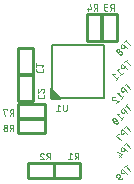
<source format=gbr>
G04 EAGLE Gerber RS-274X export*
G75*
%MOMM*%
%FSLAX34Y34*%
%LPD*%
%INSilkscreen Bottom*%
%IPPOS*%
%AMOC8*
5,1,8,0,0,1.08239X$1,22.5*%
G01*
%ADD10C,0.250000*%
%ADD11C,0.050800*%
%ADD12C,0.200000*%

G36*
X82032Y89005D02*
X82032Y89005D01*
X82064Y89003D01*
X82171Y89025D01*
X82279Y89041D01*
X82309Y89054D01*
X82340Y89060D01*
X82437Y89112D01*
X82536Y89157D01*
X82561Y89178D01*
X82589Y89193D01*
X82668Y89269D01*
X82750Y89340D01*
X82768Y89367D01*
X82791Y89390D01*
X82845Y89485D01*
X82905Y89576D01*
X82914Y89607D01*
X82930Y89635D01*
X82955Y89742D01*
X82987Y89846D01*
X82988Y89878D01*
X82995Y89909D01*
X82990Y90019D01*
X82991Y90128D01*
X82982Y90159D01*
X82981Y90191D01*
X82945Y90294D01*
X82916Y90400D01*
X82899Y90427D01*
X82888Y90458D01*
X82835Y90531D01*
X82768Y90640D01*
X82732Y90672D01*
X82707Y90707D01*
X74707Y98707D01*
X74681Y98726D01*
X74660Y98750D01*
X74604Y98787D01*
X74564Y98823D01*
X74529Y98840D01*
X74481Y98876D01*
X74451Y98887D01*
X74424Y98905D01*
X74345Y98929D01*
X74311Y98946D01*
X74285Y98950D01*
X74217Y98975D01*
X74185Y98978D01*
X74154Y98987D01*
X74045Y98989D01*
X74025Y98990D01*
X74006Y98993D01*
X74000Y98993D01*
X73995Y98993D01*
X73936Y98997D01*
X73904Y98991D01*
X73872Y98991D01*
X73767Y98962D01*
X73738Y98956D01*
X73721Y98953D01*
X73716Y98951D01*
X73660Y98940D01*
X73631Y98924D01*
X73600Y98916D01*
X73507Y98858D01*
X73488Y98848D01*
X73464Y98837D01*
X73458Y98832D01*
X73411Y98807D01*
X73388Y98785D01*
X73360Y98768D01*
X73287Y98687D01*
X73282Y98681D01*
X73250Y98654D01*
X73243Y98643D01*
X73209Y98610D01*
X73193Y98582D01*
X73171Y98558D01*
X73126Y98466D01*
X73095Y98418D01*
X73090Y98400D01*
X73070Y98365D01*
X73062Y98334D01*
X73048Y98305D01*
X73036Y98223D01*
X73013Y98148D01*
X73012Y98122D01*
X73005Y98091D01*
X73007Y98042D01*
X73001Y98000D01*
X73001Y90000D01*
X73010Y89936D01*
X73009Y89872D01*
X73030Y89797D01*
X73041Y89721D01*
X73067Y89662D01*
X73084Y89600D01*
X73125Y89534D01*
X73157Y89464D01*
X73199Y89415D01*
X73232Y89360D01*
X73290Y89308D01*
X73340Y89250D01*
X73394Y89214D01*
X73442Y89171D01*
X73511Y89138D01*
X73576Y89095D01*
X73638Y89076D01*
X73695Y89048D01*
X73765Y89037D01*
X73846Y89013D01*
X73931Y89012D01*
X74000Y89001D01*
X82000Y89001D01*
X82032Y89005D01*
G37*
D10*
X98250Y22750D02*
X98250Y35250D01*
X75750Y35250D01*
X75750Y22750D01*
X98250Y22750D01*
D11*
X96746Y38254D02*
X96746Y43746D01*
X95220Y43746D01*
X95143Y43744D01*
X95066Y43738D01*
X94989Y43728D01*
X94913Y43715D01*
X94838Y43697D01*
X94763Y43676D01*
X94690Y43651D01*
X94618Y43622D01*
X94548Y43590D01*
X94479Y43554D01*
X94413Y43515D01*
X94348Y43472D01*
X94286Y43427D01*
X94226Y43378D01*
X94169Y43326D01*
X94114Y43271D01*
X94062Y43214D01*
X94013Y43154D01*
X93968Y43092D01*
X93925Y43027D01*
X93886Y42961D01*
X93850Y42892D01*
X93818Y42822D01*
X93789Y42750D01*
X93764Y42677D01*
X93743Y42602D01*
X93725Y42527D01*
X93712Y42451D01*
X93702Y42374D01*
X93696Y42297D01*
X93694Y42220D01*
X93696Y42143D01*
X93702Y42066D01*
X93712Y41989D01*
X93725Y41913D01*
X93743Y41838D01*
X93764Y41763D01*
X93789Y41690D01*
X93818Y41618D01*
X93850Y41548D01*
X93886Y41479D01*
X93925Y41413D01*
X93968Y41348D01*
X94013Y41286D01*
X94062Y41226D01*
X94114Y41169D01*
X94169Y41114D01*
X94226Y41062D01*
X94286Y41013D01*
X94348Y40968D01*
X94413Y40925D01*
X94479Y40886D01*
X94548Y40850D01*
X94618Y40818D01*
X94690Y40789D01*
X94763Y40764D01*
X94838Y40743D01*
X94913Y40725D01*
X94989Y40712D01*
X95066Y40702D01*
X95143Y40696D01*
X95220Y40694D01*
X95220Y40695D02*
X96746Y40695D01*
X94915Y40695D02*
X93695Y38254D01*
X91382Y42526D02*
X89856Y43746D01*
X89856Y38254D01*
X88331Y38254D02*
X91382Y38254D01*
D10*
X76250Y35250D02*
X76250Y22750D01*
X76250Y35250D02*
X53750Y35250D01*
X53750Y22750D01*
X76250Y22750D01*
D11*
X72746Y38254D02*
X72746Y43746D01*
X71220Y43746D01*
X71143Y43744D01*
X71066Y43738D01*
X70989Y43728D01*
X70913Y43715D01*
X70838Y43697D01*
X70763Y43676D01*
X70690Y43651D01*
X70618Y43622D01*
X70548Y43590D01*
X70479Y43554D01*
X70413Y43515D01*
X70348Y43472D01*
X70286Y43427D01*
X70226Y43378D01*
X70169Y43326D01*
X70114Y43271D01*
X70062Y43214D01*
X70013Y43154D01*
X69968Y43092D01*
X69925Y43027D01*
X69886Y42961D01*
X69850Y42892D01*
X69818Y42822D01*
X69789Y42750D01*
X69764Y42677D01*
X69743Y42602D01*
X69725Y42527D01*
X69712Y42451D01*
X69702Y42374D01*
X69696Y42297D01*
X69694Y42220D01*
X69696Y42143D01*
X69702Y42066D01*
X69712Y41989D01*
X69725Y41913D01*
X69743Y41838D01*
X69764Y41763D01*
X69789Y41690D01*
X69818Y41618D01*
X69850Y41548D01*
X69886Y41479D01*
X69925Y41413D01*
X69968Y41348D01*
X70013Y41286D01*
X70062Y41226D01*
X70114Y41169D01*
X70169Y41114D01*
X70226Y41062D01*
X70286Y41013D01*
X70348Y40968D01*
X70413Y40925D01*
X70479Y40886D01*
X70548Y40850D01*
X70618Y40818D01*
X70690Y40789D01*
X70763Y40764D01*
X70838Y40743D01*
X70913Y40725D01*
X70989Y40712D01*
X71066Y40702D01*
X71143Y40696D01*
X71220Y40694D01*
X71220Y40695D02*
X72746Y40695D01*
X70915Y40695D02*
X69695Y38254D01*
X64331Y42373D02*
X64333Y42445D01*
X64339Y42517D01*
X64348Y42588D01*
X64361Y42658D01*
X64378Y42728D01*
X64398Y42797D01*
X64422Y42865D01*
X64450Y42931D01*
X64481Y42996D01*
X64515Y43060D01*
X64553Y43121D01*
X64593Y43180D01*
X64637Y43237D01*
X64684Y43292D01*
X64733Y43344D01*
X64785Y43393D01*
X64840Y43440D01*
X64897Y43484D01*
X64956Y43524D01*
X65018Y43562D01*
X65081Y43596D01*
X65146Y43627D01*
X65212Y43655D01*
X65280Y43679D01*
X65349Y43699D01*
X65419Y43716D01*
X65489Y43729D01*
X65560Y43738D01*
X65632Y43744D01*
X65704Y43746D01*
X65786Y43744D01*
X65868Y43738D01*
X65950Y43729D01*
X66031Y43715D01*
X66111Y43698D01*
X66191Y43678D01*
X66269Y43653D01*
X66346Y43625D01*
X66422Y43593D01*
X66496Y43558D01*
X66569Y43519D01*
X66639Y43478D01*
X66708Y43432D01*
X66775Y43384D01*
X66839Y43333D01*
X66900Y43278D01*
X66959Y43221D01*
X67016Y43161D01*
X67069Y43099D01*
X67120Y43034D01*
X67167Y42967D01*
X67211Y42898D01*
X67252Y42827D01*
X67290Y42754D01*
X67324Y42679D01*
X67355Y42603D01*
X67382Y42525D01*
X64789Y41305D02*
X64736Y41358D01*
X64686Y41413D01*
X64639Y41471D01*
X64595Y41531D01*
X64554Y41594D01*
X64516Y41658D01*
X64481Y41724D01*
X64450Y41792D01*
X64423Y41861D01*
X64398Y41932D01*
X64378Y42004D01*
X64361Y42076D01*
X64348Y42150D01*
X64339Y42224D01*
X64333Y42298D01*
X64331Y42373D01*
X64788Y41305D02*
X67382Y38254D01*
X64331Y38254D01*
D10*
X116750Y161250D02*
X129250Y161250D01*
X116750Y161250D02*
X116750Y138750D01*
X129250Y138750D01*
X129250Y161250D01*
D11*
X126746Y164254D02*
X126746Y169746D01*
X125220Y169746D01*
X125143Y169744D01*
X125066Y169738D01*
X124989Y169728D01*
X124913Y169715D01*
X124838Y169697D01*
X124763Y169676D01*
X124690Y169651D01*
X124618Y169622D01*
X124548Y169590D01*
X124479Y169554D01*
X124413Y169515D01*
X124348Y169472D01*
X124286Y169427D01*
X124226Y169378D01*
X124169Y169326D01*
X124114Y169271D01*
X124062Y169214D01*
X124013Y169154D01*
X123968Y169092D01*
X123925Y169027D01*
X123886Y168961D01*
X123850Y168892D01*
X123818Y168822D01*
X123789Y168750D01*
X123764Y168677D01*
X123743Y168602D01*
X123725Y168527D01*
X123712Y168451D01*
X123702Y168374D01*
X123696Y168297D01*
X123694Y168220D01*
X123696Y168143D01*
X123702Y168066D01*
X123712Y167989D01*
X123725Y167913D01*
X123743Y167838D01*
X123764Y167763D01*
X123789Y167690D01*
X123818Y167618D01*
X123850Y167548D01*
X123886Y167479D01*
X123925Y167413D01*
X123968Y167348D01*
X124013Y167286D01*
X124062Y167226D01*
X124114Y167169D01*
X124169Y167114D01*
X124226Y167062D01*
X124286Y167013D01*
X124348Y166968D01*
X124413Y166925D01*
X124479Y166886D01*
X124548Y166850D01*
X124618Y166818D01*
X124690Y166789D01*
X124763Y166764D01*
X124838Y166743D01*
X124913Y166725D01*
X124989Y166712D01*
X125066Y166702D01*
X125143Y166696D01*
X125220Y166694D01*
X125220Y166695D02*
X126746Y166695D01*
X124915Y166695D02*
X123695Y164254D01*
X121382Y164254D02*
X119856Y164254D01*
X119779Y164256D01*
X119702Y164262D01*
X119625Y164272D01*
X119549Y164285D01*
X119474Y164303D01*
X119399Y164324D01*
X119326Y164349D01*
X119254Y164378D01*
X119184Y164410D01*
X119115Y164446D01*
X119049Y164485D01*
X118984Y164528D01*
X118922Y164573D01*
X118862Y164622D01*
X118805Y164674D01*
X118750Y164729D01*
X118698Y164786D01*
X118649Y164846D01*
X118604Y164908D01*
X118561Y164973D01*
X118522Y165039D01*
X118486Y165108D01*
X118454Y165178D01*
X118425Y165250D01*
X118400Y165323D01*
X118379Y165398D01*
X118361Y165473D01*
X118348Y165549D01*
X118338Y165626D01*
X118332Y165703D01*
X118330Y165780D01*
X118332Y165857D01*
X118338Y165934D01*
X118348Y166011D01*
X118361Y166087D01*
X118379Y166162D01*
X118400Y166237D01*
X118425Y166310D01*
X118454Y166382D01*
X118486Y166452D01*
X118522Y166521D01*
X118561Y166587D01*
X118604Y166652D01*
X118649Y166714D01*
X118698Y166774D01*
X118750Y166831D01*
X118805Y166886D01*
X118862Y166938D01*
X118922Y166987D01*
X118984Y167032D01*
X119049Y167075D01*
X119115Y167114D01*
X119184Y167150D01*
X119254Y167182D01*
X119326Y167211D01*
X119399Y167236D01*
X119474Y167257D01*
X119549Y167275D01*
X119625Y167288D01*
X119702Y167298D01*
X119779Y167304D01*
X119856Y167306D01*
X119551Y169746D02*
X121382Y169746D01*
X119551Y169746D02*
X119483Y169744D01*
X119414Y169738D01*
X119347Y169729D01*
X119280Y169715D01*
X119213Y169698D01*
X119148Y169678D01*
X119084Y169653D01*
X119022Y169625D01*
X118961Y169594D01*
X118902Y169559D01*
X118845Y169521D01*
X118790Y169480D01*
X118738Y169436D01*
X118688Y169389D01*
X118641Y169339D01*
X118597Y169287D01*
X118556Y169232D01*
X118518Y169175D01*
X118483Y169116D01*
X118452Y169055D01*
X118424Y168993D01*
X118399Y168929D01*
X118379Y168864D01*
X118362Y168797D01*
X118348Y168730D01*
X118339Y168663D01*
X118333Y168594D01*
X118331Y168526D01*
X118333Y168458D01*
X118339Y168389D01*
X118348Y168322D01*
X118362Y168255D01*
X118379Y168188D01*
X118399Y168123D01*
X118424Y168059D01*
X118452Y167997D01*
X118483Y167936D01*
X118518Y167877D01*
X118556Y167820D01*
X118597Y167765D01*
X118641Y167713D01*
X118688Y167663D01*
X118738Y167616D01*
X118790Y167572D01*
X118845Y167531D01*
X118902Y167493D01*
X118961Y167458D01*
X119022Y167427D01*
X119084Y167399D01*
X119148Y167374D01*
X119213Y167354D01*
X119280Y167337D01*
X119347Y167323D01*
X119414Y167314D01*
X119483Y167308D01*
X119551Y167306D01*
X119551Y167305D02*
X120772Y167305D01*
D10*
X116250Y138750D02*
X103750Y138750D01*
X116250Y138750D02*
X116250Y161250D01*
X103750Y161250D01*
X103750Y138750D01*
D11*
X112746Y164254D02*
X112746Y169746D01*
X111220Y169746D01*
X111143Y169744D01*
X111066Y169738D01*
X110989Y169728D01*
X110913Y169715D01*
X110838Y169697D01*
X110763Y169676D01*
X110690Y169651D01*
X110618Y169622D01*
X110548Y169590D01*
X110479Y169554D01*
X110413Y169515D01*
X110348Y169472D01*
X110286Y169427D01*
X110226Y169378D01*
X110169Y169326D01*
X110114Y169271D01*
X110062Y169214D01*
X110013Y169154D01*
X109968Y169092D01*
X109925Y169027D01*
X109886Y168961D01*
X109850Y168892D01*
X109818Y168822D01*
X109789Y168750D01*
X109764Y168677D01*
X109743Y168602D01*
X109725Y168527D01*
X109712Y168451D01*
X109702Y168374D01*
X109696Y168297D01*
X109694Y168220D01*
X109696Y168143D01*
X109702Y168066D01*
X109712Y167989D01*
X109725Y167913D01*
X109743Y167838D01*
X109764Y167763D01*
X109789Y167690D01*
X109818Y167618D01*
X109850Y167548D01*
X109886Y167479D01*
X109925Y167413D01*
X109968Y167348D01*
X110013Y167286D01*
X110062Y167226D01*
X110114Y167169D01*
X110169Y167114D01*
X110226Y167062D01*
X110286Y167013D01*
X110348Y166968D01*
X110413Y166925D01*
X110479Y166886D01*
X110548Y166850D01*
X110618Y166818D01*
X110690Y166789D01*
X110763Y166764D01*
X110838Y166743D01*
X110913Y166725D01*
X110989Y166712D01*
X111066Y166702D01*
X111143Y166696D01*
X111220Y166694D01*
X111220Y166695D02*
X112746Y166695D01*
X110915Y166695D02*
X109695Y164254D01*
X107382Y165474D02*
X106161Y169746D01*
X107382Y165474D02*
X104331Y165474D01*
X105246Y166695D02*
X105246Y164254D01*
D12*
X118000Y90000D02*
X74000Y90000D01*
X74000Y135000D01*
X118000Y135000D01*
X118000Y90000D01*
D11*
X86746Y84746D02*
X86746Y80780D01*
X86744Y80703D01*
X86738Y80626D01*
X86728Y80549D01*
X86715Y80473D01*
X86697Y80398D01*
X86676Y80323D01*
X86651Y80250D01*
X86622Y80178D01*
X86590Y80108D01*
X86554Y80039D01*
X86515Y79973D01*
X86472Y79908D01*
X86427Y79846D01*
X86378Y79786D01*
X86326Y79729D01*
X86271Y79674D01*
X86214Y79622D01*
X86154Y79573D01*
X86092Y79528D01*
X86027Y79485D01*
X85961Y79446D01*
X85892Y79410D01*
X85822Y79378D01*
X85750Y79349D01*
X85677Y79324D01*
X85602Y79303D01*
X85527Y79285D01*
X85451Y79272D01*
X85374Y79262D01*
X85297Y79256D01*
X85220Y79254D01*
X85143Y79256D01*
X85066Y79262D01*
X84989Y79272D01*
X84913Y79285D01*
X84838Y79303D01*
X84763Y79324D01*
X84690Y79349D01*
X84618Y79378D01*
X84548Y79410D01*
X84479Y79446D01*
X84413Y79485D01*
X84348Y79528D01*
X84286Y79573D01*
X84226Y79622D01*
X84169Y79674D01*
X84114Y79729D01*
X84062Y79786D01*
X84013Y79846D01*
X83968Y79908D01*
X83925Y79973D01*
X83886Y80039D01*
X83850Y80108D01*
X83818Y80178D01*
X83789Y80250D01*
X83764Y80323D01*
X83743Y80398D01*
X83725Y80473D01*
X83712Y80549D01*
X83702Y80626D01*
X83696Y80703D01*
X83694Y80780D01*
X83695Y80780D02*
X83695Y84746D01*
X81166Y83526D02*
X79641Y84746D01*
X79641Y79254D01*
X81166Y79254D02*
X78115Y79254D01*
D10*
X58250Y87750D02*
X45750Y87750D01*
X58250Y87750D02*
X58250Y110250D01*
X45750Y110250D01*
X45750Y87750D01*
D11*
X62254Y91474D02*
X62254Y92695D01*
X62254Y91474D02*
X62256Y91406D01*
X62262Y91337D01*
X62271Y91270D01*
X62285Y91203D01*
X62302Y91136D01*
X62322Y91071D01*
X62347Y91007D01*
X62375Y90945D01*
X62406Y90884D01*
X62441Y90825D01*
X62479Y90768D01*
X62520Y90713D01*
X62564Y90661D01*
X62611Y90611D01*
X62661Y90564D01*
X62713Y90520D01*
X62768Y90479D01*
X62825Y90441D01*
X62884Y90406D01*
X62945Y90375D01*
X63007Y90347D01*
X63071Y90322D01*
X63136Y90302D01*
X63203Y90285D01*
X63270Y90271D01*
X63337Y90262D01*
X63406Y90256D01*
X63474Y90254D01*
X66526Y90254D01*
X66594Y90256D01*
X66663Y90262D01*
X66730Y90271D01*
X66797Y90285D01*
X66864Y90302D01*
X66929Y90322D01*
X66993Y90347D01*
X67055Y90375D01*
X67116Y90406D01*
X67175Y90441D01*
X67232Y90479D01*
X67287Y90520D01*
X67339Y90564D01*
X67389Y90611D01*
X67436Y90661D01*
X67480Y90713D01*
X67521Y90768D01*
X67559Y90825D01*
X67594Y90884D01*
X67625Y90945D01*
X67653Y91007D01*
X67678Y91071D01*
X67698Y91136D01*
X67715Y91202D01*
X67729Y91270D01*
X67738Y91337D01*
X67744Y91406D01*
X67746Y91474D01*
X67746Y92695D01*
X67746Y96448D02*
X67744Y96520D01*
X67738Y96592D01*
X67729Y96663D01*
X67716Y96733D01*
X67699Y96803D01*
X67679Y96872D01*
X67655Y96940D01*
X67627Y97006D01*
X67596Y97071D01*
X67562Y97135D01*
X67524Y97196D01*
X67484Y97255D01*
X67440Y97312D01*
X67393Y97367D01*
X67344Y97419D01*
X67292Y97468D01*
X67237Y97515D01*
X67180Y97559D01*
X67121Y97599D01*
X67060Y97637D01*
X66996Y97671D01*
X66931Y97702D01*
X66865Y97730D01*
X66797Y97754D01*
X66728Y97774D01*
X66658Y97791D01*
X66588Y97804D01*
X66517Y97813D01*
X66445Y97819D01*
X66373Y97821D01*
X67746Y96448D02*
X67744Y96366D01*
X67738Y96284D01*
X67729Y96202D01*
X67715Y96121D01*
X67698Y96041D01*
X67678Y95961D01*
X67653Y95883D01*
X67625Y95806D01*
X67593Y95730D01*
X67558Y95656D01*
X67519Y95583D01*
X67478Y95513D01*
X67432Y95444D01*
X67384Y95378D01*
X67333Y95313D01*
X67278Y95252D01*
X67221Y95193D01*
X67162Y95136D01*
X67099Y95083D01*
X67034Y95032D01*
X66967Y94985D01*
X66898Y94941D01*
X66827Y94900D01*
X66754Y94862D01*
X66679Y94828D01*
X66603Y94797D01*
X66525Y94770D01*
X65305Y97363D02*
X65358Y97416D01*
X65413Y97466D01*
X65471Y97513D01*
X65531Y97557D01*
X65594Y97598D01*
X65658Y97636D01*
X65724Y97671D01*
X65792Y97702D01*
X65861Y97729D01*
X65932Y97754D01*
X66004Y97774D01*
X66076Y97791D01*
X66150Y97804D01*
X66224Y97813D01*
X66298Y97819D01*
X66373Y97821D01*
X65305Y97364D02*
X62254Y94770D01*
X62254Y97821D01*
X136679Y51805D02*
X140562Y47921D01*
X137757Y52883D02*
X135600Y50726D01*
X134008Y49134D02*
X137892Y45251D01*
X134008Y49134D02*
X132929Y48055D01*
X132929Y48056D02*
X132876Y48000D01*
X132825Y47941D01*
X132778Y47880D01*
X132734Y47817D01*
X132693Y47751D01*
X132655Y47684D01*
X132621Y47614D01*
X132591Y47543D01*
X132564Y47471D01*
X132541Y47397D01*
X132521Y47322D01*
X132506Y47246D01*
X132494Y47170D01*
X132486Y47093D01*
X132482Y47016D01*
X132482Y46938D01*
X132486Y46861D01*
X132494Y46784D01*
X132506Y46708D01*
X132521Y46632D01*
X132541Y46557D01*
X132564Y46483D01*
X132591Y46411D01*
X132621Y46340D01*
X132655Y46270D01*
X132693Y46203D01*
X132734Y46137D01*
X132778Y46074D01*
X132825Y46013D01*
X132876Y45954D01*
X132929Y45898D01*
X132985Y45845D01*
X133044Y45794D01*
X133105Y45747D01*
X133168Y45703D01*
X133234Y45662D01*
X133301Y45624D01*
X133371Y45590D01*
X133442Y45560D01*
X133514Y45533D01*
X133588Y45510D01*
X133663Y45490D01*
X133739Y45475D01*
X133815Y45463D01*
X133892Y45455D01*
X133969Y45451D01*
X134047Y45451D01*
X134124Y45455D01*
X134201Y45463D01*
X134277Y45475D01*
X134353Y45490D01*
X134428Y45510D01*
X134502Y45533D01*
X134574Y45560D01*
X134645Y45590D01*
X134715Y45624D01*
X134782Y45662D01*
X134848Y45703D01*
X134911Y45747D01*
X134972Y45794D01*
X135031Y45845D01*
X135087Y45898D01*
X136166Y46977D01*
X133396Y42481D02*
X129512Y44638D01*
X133396Y42481D02*
X131238Y40323D01*
X131023Y41834D02*
X132749Y40108D01*
X140562Y62507D02*
X136679Y66390D01*
X137757Y67469D02*
X135600Y65312D01*
X134008Y63720D02*
X137892Y59836D01*
X134008Y63720D02*
X132929Y62641D01*
X132876Y62585D01*
X132825Y62526D01*
X132778Y62465D01*
X132734Y62402D01*
X132693Y62336D01*
X132655Y62269D01*
X132621Y62199D01*
X132591Y62128D01*
X132564Y62056D01*
X132541Y61982D01*
X132521Y61907D01*
X132506Y61831D01*
X132494Y61755D01*
X132486Y61678D01*
X132482Y61601D01*
X132482Y61523D01*
X132486Y61446D01*
X132494Y61369D01*
X132506Y61293D01*
X132521Y61217D01*
X132541Y61142D01*
X132564Y61068D01*
X132591Y60996D01*
X132621Y60925D01*
X132655Y60855D01*
X132693Y60788D01*
X132734Y60722D01*
X132778Y60659D01*
X132825Y60598D01*
X132876Y60539D01*
X132929Y60483D01*
X132985Y60430D01*
X133044Y60379D01*
X133105Y60332D01*
X133168Y60288D01*
X133234Y60247D01*
X133301Y60209D01*
X133371Y60175D01*
X133442Y60145D01*
X133514Y60118D01*
X133588Y60095D01*
X133663Y60075D01*
X133739Y60060D01*
X133815Y60048D01*
X133892Y60040D01*
X133969Y60036D01*
X134047Y60036D01*
X134124Y60040D01*
X134201Y60048D01*
X134277Y60060D01*
X134353Y60075D01*
X134428Y60095D01*
X134502Y60118D01*
X134574Y60145D01*
X134645Y60175D01*
X134715Y60209D01*
X134782Y60247D01*
X134848Y60288D01*
X134911Y60332D01*
X134972Y60379D01*
X135031Y60430D01*
X135087Y60483D01*
X135087Y60484D02*
X136166Y61562D01*
X130807Y59655D02*
X130375Y60087D01*
X128218Y57930D01*
X133180Y55125D01*
X140562Y134921D02*
X136679Y138805D01*
X137757Y139883D02*
X135600Y137726D01*
X134008Y136134D02*
X137892Y132251D01*
X134008Y136134D02*
X132929Y135055D01*
X132929Y135056D02*
X132876Y135000D01*
X132825Y134941D01*
X132778Y134880D01*
X132734Y134817D01*
X132693Y134751D01*
X132655Y134684D01*
X132621Y134614D01*
X132591Y134543D01*
X132564Y134471D01*
X132541Y134397D01*
X132521Y134322D01*
X132506Y134246D01*
X132494Y134170D01*
X132486Y134093D01*
X132482Y134016D01*
X132482Y133938D01*
X132486Y133861D01*
X132494Y133784D01*
X132506Y133708D01*
X132521Y133632D01*
X132541Y133557D01*
X132564Y133483D01*
X132591Y133411D01*
X132621Y133340D01*
X132655Y133270D01*
X132693Y133203D01*
X132734Y133137D01*
X132778Y133074D01*
X132825Y133013D01*
X132876Y132954D01*
X132929Y132898D01*
X132985Y132845D01*
X133044Y132794D01*
X133105Y132747D01*
X133168Y132703D01*
X133234Y132662D01*
X133301Y132624D01*
X133371Y132590D01*
X133442Y132560D01*
X133514Y132533D01*
X133588Y132510D01*
X133663Y132490D01*
X133739Y132475D01*
X133815Y132463D01*
X133892Y132455D01*
X133969Y132451D01*
X134047Y132451D01*
X134124Y132455D01*
X134201Y132463D01*
X134277Y132475D01*
X134353Y132490D01*
X134428Y132510D01*
X134502Y132533D01*
X134574Y132560D01*
X134645Y132590D01*
X134715Y132624D01*
X134782Y132662D01*
X134848Y132703D01*
X134911Y132747D01*
X134972Y132794D01*
X135031Y132845D01*
X135087Y132898D01*
X136166Y133977D01*
X133180Y129697D02*
X133124Y129750D01*
X133065Y129801D01*
X133004Y129848D01*
X132941Y129892D01*
X132875Y129933D01*
X132808Y129971D01*
X132738Y130005D01*
X132667Y130035D01*
X132595Y130062D01*
X132521Y130085D01*
X132446Y130105D01*
X132370Y130120D01*
X132294Y130132D01*
X132217Y130140D01*
X132140Y130144D01*
X132062Y130144D01*
X131985Y130140D01*
X131908Y130132D01*
X131832Y130120D01*
X131756Y130105D01*
X131681Y130085D01*
X131607Y130062D01*
X131535Y130035D01*
X131464Y130005D01*
X131394Y129971D01*
X131327Y129933D01*
X131261Y129892D01*
X131198Y129848D01*
X131137Y129801D01*
X131078Y129750D01*
X131022Y129697D01*
X130969Y129641D01*
X130918Y129582D01*
X130871Y129521D01*
X130827Y129458D01*
X130786Y129392D01*
X130748Y129325D01*
X130714Y129255D01*
X130684Y129184D01*
X130657Y129112D01*
X130634Y129038D01*
X130615Y128963D01*
X130599Y128887D01*
X130587Y128811D01*
X130579Y128734D01*
X130575Y128657D01*
X130575Y128579D01*
X130579Y128502D01*
X130587Y128425D01*
X130599Y128349D01*
X130614Y128273D01*
X130634Y128198D01*
X130657Y128124D01*
X130684Y128052D01*
X130714Y127981D01*
X130748Y127911D01*
X130786Y127844D01*
X130827Y127778D01*
X130871Y127715D01*
X130918Y127654D01*
X130969Y127595D01*
X131022Y127539D01*
X131078Y127486D01*
X131137Y127435D01*
X131198Y127388D01*
X131261Y127344D01*
X131327Y127303D01*
X131394Y127265D01*
X131464Y127231D01*
X131535Y127201D01*
X131607Y127174D01*
X131681Y127151D01*
X131756Y127132D01*
X131832Y127116D01*
X131908Y127104D01*
X131985Y127096D01*
X132062Y127092D01*
X132140Y127092D01*
X132217Y127096D01*
X132294Y127104D01*
X132370Y127116D01*
X132446Y127131D01*
X132521Y127151D01*
X132595Y127174D01*
X132667Y127201D01*
X132738Y127231D01*
X132808Y127265D01*
X132875Y127303D01*
X132941Y127344D01*
X133004Y127388D01*
X133065Y127435D01*
X133124Y127486D01*
X133180Y127539D01*
X133233Y127595D01*
X133284Y127654D01*
X133331Y127715D01*
X133375Y127778D01*
X133416Y127844D01*
X133454Y127911D01*
X133488Y127981D01*
X133518Y128052D01*
X133545Y128124D01*
X133568Y128198D01*
X133588Y128273D01*
X133603Y128349D01*
X133615Y128425D01*
X133623Y128502D01*
X133627Y128579D01*
X133627Y128657D01*
X133623Y128734D01*
X133615Y128811D01*
X133603Y128887D01*
X133587Y128963D01*
X133568Y129038D01*
X133545Y129112D01*
X133518Y129184D01*
X133488Y129255D01*
X133454Y129325D01*
X133416Y129392D01*
X133375Y129458D01*
X133331Y129521D01*
X133284Y129582D01*
X133233Y129641D01*
X133180Y129697D01*
X131023Y131422D02*
X130973Y131469D01*
X130921Y131513D01*
X130866Y131554D01*
X130809Y131592D01*
X130750Y131627D01*
X130689Y131658D01*
X130627Y131686D01*
X130563Y131711D01*
X130498Y131731D01*
X130431Y131748D01*
X130364Y131762D01*
X130297Y131771D01*
X130228Y131777D01*
X130160Y131779D01*
X130092Y131777D01*
X130023Y131771D01*
X129956Y131762D01*
X129889Y131748D01*
X129822Y131731D01*
X129757Y131711D01*
X129693Y131686D01*
X129631Y131658D01*
X129570Y131627D01*
X129511Y131592D01*
X129454Y131554D01*
X129399Y131513D01*
X129347Y131469D01*
X129297Y131422D01*
X129250Y131372D01*
X129206Y131320D01*
X129165Y131265D01*
X129127Y131208D01*
X129092Y131149D01*
X129061Y131088D01*
X129033Y131026D01*
X129008Y130962D01*
X128988Y130897D01*
X128971Y130830D01*
X128957Y130763D01*
X128948Y130696D01*
X128942Y130627D01*
X128940Y130559D01*
X128942Y130491D01*
X128948Y130422D01*
X128957Y130355D01*
X128971Y130288D01*
X128988Y130221D01*
X129008Y130156D01*
X129033Y130092D01*
X129061Y130030D01*
X129092Y129969D01*
X129127Y129910D01*
X129165Y129853D01*
X129206Y129798D01*
X129250Y129746D01*
X129297Y129696D01*
X129348Y129648D01*
X129401Y129604D01*
X129457Y129562D01*
X129515Y129523D01*
X129575Y129488D01*
X129637Y129457D01*
X129701Y129429D01*
X129766Y129404D01*
X129833Y129384D01*
X129901Y129367D01*
X129969Y129354D01*
X130038Y129345D01*
X130108Y129340D01*
X130177Y129339D01*
X130247Y129342D01*
X130316Y129349D01*
X130385Y129360D01*
X130453Y129375D01*
X130520Y129393D01*
X130586Y129416D01*
X130651Y129442D01*
X130714Y129472D01*
X130775Y129505D01*
X130834Y129542D01*
X130891Y129582D01*
X130946Y129626D01*
X130998Y129672D01*
X131047Y129721D01*
X131093Y129773D01*
X131137Y129828D01*
X131177Y129885D01*
X131214Y129944D01*
X131247Y130005D01*
X131277Y130068D01*
X131303Y130133D01*
X131326Y130199D01*
X131344Y130266D01*
X131359Y130334D01*
X131370Y130403D01*
X131377Y130472D01*
X131380Y130542D01*
X131379Y130611D01*
X131374Y130681D01*
X131365Y130750D01*
X131352Y130818D01*
X131335Y130886D01*
X131315Y130953D01*
X131290Y131018D01*
X131262Y131082D01*
X131231Y131144D01*
X131196Y131204D01*
X131157Y131262D01*
X131115Y131318D01*
X131071Y131371D01*
X131023Y131422D01*
D10*
X58250Y109750D02*
X45750Y109750D01*
X58250Y109750D02*
X58250Y132250D01*
X45750Y132250D01*
X45750Y109750D01*
D11*
X61254Y113474D02*
X61254Y114695D01*
X61254Y113474D02*
X61256Y113406D01*
X61262Y113337D01*
X61271Y113270D01*
X61285Y113203D01*
X61302Y113136D01*
X61322Y113071D01*
X61347Y113007D01*
X61375Y112945D01*
X61406Y112884D01*
X61441Y112825D01*
X61479Y112768D01*
X61520Y112713D01*
X61564Y112661D01*
X61611Y112611D01*
X61661Y112564D01*
X61713Y112520D01*
X61768Y112479D01*
X61825Y112441D01*
X61884Y112406D01*
X61945Y112375D01*
X62007Y112347D01*
X62071Y112322D01*
X62136Y112302D01*
X62203Y112285D01*
X62270Y112271D01*
X62337Y112262D01*
X62406Y112256D01*
X62474Y112254D01*
X65526Y112254D01*
X65594Y112256D01*
X65663Y112262D01*
X65730Y112271D01*
X65797Y112285D01*
X65864Y112302D01*
X65929Y112322D01*
X65993Y112347D01*
X66055Y112375D01*
X66116Y112406D01*
X66175Y112441D01*
X66232Y112479D01*
X66287Y112520D01*
X66339Y112564D01*
X66389Y112611D01*
X66436Y112661D01*
X66480Y112713D01*
X66521Y112768D01*
X66559Y112825D01*
X66594Y112884D01*
X66625Y112945D01*
X66653Y113007D01*
X66678Y113071D01*
X66698Y113136D01*
X66715Y113202D01*
X66729Y113270D01*
X66738Y113337D01*
X66744Y113406D01*
X66746Y113474D01*
X66746Y114695D01*
X65526Y116770D02*
X66746Y118296D01*
X61254Y118296D01*
X61254Y119821D02*
X61254Y116770D01*
D10*
X68250Y73250D02*
X68250Y60750D01*
X68250Y73250D02*
X45750Y73250D01*
X45750Y60750D01*
X68250Y60750D01*
D11*
X41746Y75254D02*
X41746Y80746D01*
X40220Y80746D01*
X40143Y80744D01*
X40066Y80738D01*
X39989Y80728D01*
X39913Y80715D01*
X39838Y80697D01*
X39763Y80676D01*
X39690Y80651D01*
X39618Y80622D01*
X39548Y80590D01*
X39479Y80554D01*
X39413Y80515D01*
X39348Y80472D01*
X39286Y80427D01*
X39226Y80378D01*
X39169Y80326D01*
X39114Y80271D01*
X39062Y80214D01*
X39013Y80154D01*
X38968Y80092D01*
X38925Y80027D01*
X38886Y79961D01*
X38850Y79892D01*
X38818Y79822D01*
X38789Y79750D01*
X38764Y79677D01*
X38743Y79602D01*
X38725Y79527D01*
X38712Y79451D01*
X38702Y79374D01*
X38696Y79297D01*
X38694Y79220D01*
X38696Y79143D01*
X38702Y79066D01*
X38712Y78989D01*
X38725Y78913D01*
X38743Y78838D01*
X38764Y78763D01*
X38789Y78690D01*
X38818Y78618D01*
X38850Y78548D01*
X38886Y78479D01*
X38925Y78413D01*
X38968Y78348D01*
X39013Y78286D01*
X39062Y78226D01*
X39114Y78169D01*
X39169Y78114D01*
X39226Y78062D01*
X39286Y78013D01*
X39348Y77968D01*
X39413Y77925D01*
X39479Y77886D01*
X39548Y77850D01*
X39618Y77818D01*
X39690Y77789D01*
X39763Y77764D01*
X39838Y77743D01*
X39913Y77725D01*
X39989Y77712D01*
X40066Y77702D01*
X40143Y77696D01*
X40220Y77694D01*
X40220Y77695D02*
X41746Y77695D01*
X39915Y77695D02*
X38695Y75254D01*
X36382Y80136D02*
X36382Y80746D01*
X33331Y80746D01*
X34856Y75254D01*
D10*
X45750Y72750D02*
X45750Y85250D01*
X45750Y72750D02*
X68250Y72750D01*
X68250Y85250D01*
X45750Y85250D01*
D11*
X41746Y67746D02*
X41746Y62254D01*
X41746Y67746D02*
X40220Y67746D01*
X40143Y67744D01*
X40066Y67738D01*
X39989Y67728D01*
X39913Y67715D01*
X39838Y67697D01*
X39763Y67676D01*
X39690Y67651D01*
X39618Y67622D01*
X39548Y67590D01*
X39479Y67554D01*
X39413Y67515D01*
X39348Y67472D01*
X39286Y67427D01*
X39226Y67378D01*
X39169Y67326D01*
X39114Y67271D01*
X39062Y67214D01*
X39013Y67154D01*
X38968Y67092D01*
X38925Y67027D01*
X38886Y66961D01*
X38850Y66892D01*
X38818Y66822D01*
X38789Y66750D01*
X38764Y66677D01*
X38743Y66602D01*
X38725Y66527D01*
X38712Y66451D01*
X38702Y66374D01*
X38696Y66297D01*
X38694Y66220D01*
X38696Y66143D01*
X38702Y66066D01*
X38712Y65989D01*
X38725Y65913D01*
X38743Y65838D01*
X38764Y65763D01*
X38789Y65690D01*
X38818Y65618D01*
X38850Y65548D01*
X38886Y65479D01*
X38925Y65413D01*
X38968Y65348D01*
X39013Y65286D01*
X39062Y65226D01*
X39114Y65169D01*
X39169Y65114D01*
X39226Y65062D01*
X39286Y65013D01*
X39348Y64968D01*
X39413Y64925D01*
X39479Y64886D01*
X39548Y64850D01*
X39618Y64818D01*
X39690Y64789D01*
X39763Y64764D01*
X39838Y64743D01*
X39913Y64725D01*
X39989Y64712D01*
X40066Y64702D01*
X40143Y64696D01*
X40220Y64694D01*
X40220Y64695D02*
X41746Y64695D01*
X39915Y64695D02*
X38695Y62254D01*
X36382Y63780D02*
X36380Y63857D01*
X36374Y63934D01*
X36364Y64011D01*
X36351Y64087D01*
X36333Y64162D01*
X36312Y64237D01*
X36287Y64310D01*
X36258Y64382D01*
X36226Y64452D01*
X36190Y64521D01*
X36151Y64587D01*
X36108Y64652D01*
X36063Y64714D01*
X36014Y64774D01*
X35962Y64831D01*
X35907Y64886D01*
X35850Y64938D01*
X35790Y64987D01*
X35728Y65032D01*
X35663Y65075D01*
X35597Y65114D01*
X35528Y65150D01*
X35458Y65182D01*
X35386Y65211D01*
X35313Y65236D01*
X35238Y65257D01*
X35163Y65275D01*
X35087Y65288D01*
X35010Y65298D01*
X34933Y65304D01*
X34856Y65306D01*
X34779Y65304D01*
X34702Y65298D01*
X34625Y65288D01*
X34549Y65275D01*
X34474Y65257D01*
X34399Y65236D01*
X34326Y65211D01*
X34254Y65182D01*
X34184Y65150D01*
X34115Y65114D01*
X34049Y65075D01*
X33984Y65032D01*
X33922Y64987D01*
X33862Y64938D01*
X33805Y64886D01*
X33750Y64831D01*
X33698Y64774D01*
X33649Y64714D01*
X33604Y64652D01*
X33561Y64587D01*
X33522Y64521D01*
X33486Y64452D01*
X33454Y64382D01*
X33425Y64310D01*
X33400Y64237D01*
X33379Y64162D01*
X33361Y64087D01*
X33348Y64011D01*
X33338Y63934D01*
X33332Y63857D01*
X33330Y63780D01*
X33332Y63703D01*
X33338Y63626D01*
X33348Y63549D01*
X33361Y63473D01*
X33379Y63398D01*
X33400Y63323D01*
X33425Y63250D01*
X33454Y63178D01*
X33486Y63108D01*
X33522Y63039D01*
X33561Y62973D01*
X33604Y62908D01*
X33649Y62846D01*
X33698Y62786D01*
X33750Y62729D01*
X33805Y62674D01*
X33862Y62622D01*
X33922Y62573D01*
X33984Y62528D01*
X34049Y62485D01*
X34115Y62446D01*
X34184Y62410D01*
X34254Y62378D01*
X34326Y62349D01*
X34399Y62324D01*
X34474Y62303D01*
X34549Y62285D01*
X34625Y62272D01*
X34702Y62262D01*
X34779Y62256D01*
X34856Y62254D01*
X34933Y62256D01*
X35010Y62262D01*
X35087Y62272D01*
X35163Y62285D01*
X35238Y62303D01*
X35313Y62324D01*
X35386Y62349D01*
X35458Y62378D01*
X35528Y62410D01*
X35597Y62446D01*
X35663Y62485D01*
X35728Y62528D01*
X35790Y62573D01*
X35850Y62622D01*
X35907Y62674D01*
X35962Y62729D01*
X36014Y62786D01*
X36063Y62846D01*
X36108Y62908D01*
X36151Y62973D01*
X36190Y63039D01*
X36226Y63108D01*
X36258Y63178D01*
X36287Y63250D01*
X36312Y63323D01*
X36333Y63398D01*
X36351Y63473D01*
X36364Y63549D01*
X36374Y63626D01*
X36380Y63703D01*
X36382Y63780D01*
X36076Y66526D02*
X36074Y66594D01*
X36068Y66663D01*
X36059Y66730D01*
X36045Y66797D01*
X36028Y66864D01*
X36008Y66929D01*
X35983Y66993D01*
X35955Y67055D01*
X35924Y67116D01*
X35889Y67175D01*
X35851Y67232D01*
X35810Y67287D01*
X35766Y67339D01*
X35719Y67389D01*
X35669Y67436D01*
X35617Y67480D01*
X35562Y67521D01*
X35505Y67559D01*
X35446Y67594D01*
X35385Y67625D01*
X35323Y67653D01*
X35259Y67678D01*
X35194Y67698D01*
X35127Y67715D01*
X35060Y67729D01*
X34993Y67738D01*
X34924Y67744D01*
X34856Y67746D01*
X34788Y67744D01*
X34719Y67738D01*
X34652Y67729D01*
X34585Y67715D01*
X34518Y67698D01*
X34453Y67678D01*
X34389Y67653D01*
X34327Y67625D01*
X34266Y67594D01*
X34207Y67559D01*
X34150Y67521D01*
X34095Y67480D01*
X34043Y67436D01*
X33993Y67389D01*
X33946Y67339D01*
X33902Y67287D01*
X33861Y67232D01*
X33823Y67175D01*
X33788Y67116D01*
X33757Y67055D01*
X33729Y66993D01*
X33704Y66929D01*
X33684Y66864D01*
X33667Y66797D01*
X33653Y66730D01*
X33644Y66663D01*
X33638Y66594D01*
X33636Y66526D01*
X33638Y66458D01*
X33644Y66389D01*
X33653Y66322D01*
X33667Y66255D01*
X33684Y66188D01*
X33704Y66123D01*
X33729Y66059D01*
X33757Y65997D01*
X33788Y65936D01*
X33823Y65877D01*
X33861Y65820D01*
X33902Y65765D01*
X33946Y65713D01*
X33993Y65663D01*
X34043Y65616D01*
X34095Y65572D01*
X34150Y65531D01*
X34207Y65493D01*
X34266Y65458D01*
X34327Y65427D01*
X34389Y65399D01*
X34453Y65374D01*
X34518Y65354D01*
X34585Y65337D01*
X34652Y65323D01*
X34719Y65314D01*
X34788Y65308D01*
X34856Y65306D01*
X34924Y65308D01*
X34993Y65314D01*
X35060Y65323D01*
X35127Y65337D01*
X35194Y65354D01*
X35259Y65374D01*
X35323Y65399D01*
X35385Y65427D01*
X35446Y65458D01*
X35505Y65493D01*
X35562Y65531D01*
X35617Y65572D01*
X35669Y65616D01*
X35719Y65663D01*
X35766Y65713D01*
X35810Y65765D01*
X35851Y65820D01*
X35889Y65877D01*
X35924Y65936D01*
X35955Y65997D01*
X35983Y66059D01*
X36008Y66123D01*
X36028Y66188D01*
X36045Y66255D01*
X36059Y66322D01*
X36068Y66389D01*
X36074Y66458D01*
X36076Y66526D01*
X136679Y32805D02*
X140562Y28921D01*
X137757Y33883D02*
X135600Y31726D01*
X134008Y30134D02*
X137892Y26251D01*
X134008Y30134D02*
X132929Y29055D01*
X132929Y29056D02*
X132876Y29000D01*
X132825Y28941D01*
X132778Y28880D01*
X132734Y28817D01*
X132693Y28751D01*
X132655Y28684D01*
X132621Y28614D01*
X132591Y28543D01*
X132564Y28471D01*
X132541Y28397D01*
X132521Y28322D01*
X132506Y28246D01*
X132494Y28170D01*
X132486Y28093D01*
X132482Y28016D01*
X132482Y27938D01*
X132486Y27861D01*
X132494Y27784D01*
X132506Y27708D01*
X132521Y27632D01*
X132541Y27557D01*
X132564Y27483D01*
X132591Y27411D01*
X132621Y27340D01*
X132655Y27270D01*
X132693Y27203D01*
X132734Y27137D01*
X132778Y27074D01*
X132825Y27013D01*
X132876Y26954D01*
X132929Y26898D01*
X132985Y26845D01*
X133044Y26794D01*
X133105Y26747D01*
X133168Y26703D01*
X133234Y26662D01*
X133301Y26624D01*
X133371Y26590D01*
X133442Y26560D01*
X133514Y26533D01*
X133588Y26510D01*
X133663Y26490D01*
X133739Y26475D01*
X133815Y26463D01*
X133892Y26455D01*
X133969Y26451D01*
X134047Y26451D01*
X134124Y26455D01*
X134201Y26463D01*
X134277Y26475D01*
X134353Y26490D01*
X134428Y26510D01*
X134502Y26533D01*
X134574Y26560D01*
X134645Y26590D01*
X134715Y26624D01*
X134782Y26662D01*
X134848Y26703D01*
X134911Y26747D01*
X134972Y26794D01*
X135031Y26845D01*
X135087Y26898D01*
X136166Y27977D01*
X131670Y23481D02*
X130375Y22186D01*
X131670Y23481D02*
X131717Y23531D01*
X131761Y23583D01*
X131802Y23638D01*
X131840Y23695D01*
X131875Y23754D01*
X131906Y23815D01*
X131934Y23877D01*
X131959Y23941D01*
X131979Y24006D01*
X131996Y24073D01*
X132010Y24140D01*
X132019Y24207D01*
X132025Y24276D01*
X132027Y24344D01*
X132025Y24412D01*
X132019Y24481D01*
X132010Y24548D01*
X131996Y24615D01*
X131979Y24682D01*
X131959Y24747D01*
X131934Y24811D01*
X131906Y24873D01*
X131875Y24934D01*
X131840Y24993D01*
X131802Y25050D01*
X131761Y25105D01*
X131717Y25157D01*
X131670Y25207D01*
X131454Y25422D01*
X131454Y25423D02*
X131398Y25476D01*
X131339Y25527D01*
X131278Y25574D01*
X131215Y25618D01*
X131149Y25659D01*
X131082Y25697D01*
X131012Y25731D01*
X130941Y25761D01*
X130869Y25788D01*
X130795Y25811D01*
X130720Y25831D01*
X130644Y25846D01*
X130568Y25858D01*
X130491Y25866D01*
X130414Y25870D01*
X130336Y25870D01*
X130259Y25866D01*
X130182Y25858D01*
X130106Y25846D01*
X130030Y25830D01*
X129955Y25811D01*
X129881Y25788D01*
X129809Y25761D01*
X129738Y25731D01*
X129668Y25697D01*
X129601Y25659D01*
X129535Y25618D01*
X129472Y25574D01*
X129411Y25527D01*
X129352Y25476D01*
X129296Y25423D01*
X129243Y25367D01*
X129192Y25308D01*
X129145Y25247D01*
X129101Y25184D01*
X129060Y25118D01*
X129022Y25051D01*
X128988Y24981D01*
X128958Y24910D01*
X128931Y24838D01*
X128908Y24764D01*
X128888Y24689D01*
X128873Y24613D01*
X128861Y24537D01*
X128853Y24460D01*
X128849Y24383D01*
X128849Y24305D01*
X128853Y24228D01*
X128861Y24151D01*
X128873Y24075D01*
X128889Y23999D01*
X128908Y23924D01*
X128931Y23850D01*
X128958Y23778D01*
X128988Y23707D01*
X129022Y23637D01*
X129060Y23570D01*
X129101Y23504D01*
X129145Y23441D01*
X129192Y23380D01*
X129243Y23321D01*
X129296Y23265D01*
X129297Y23265D02*
X130375Y22186D01*
X130444Y22120D01*
X130516Y22056D01*
X130590Y21995D01*
X130666Y21937D01*
X130745Y21882D01*
X130826Y21831D01*
X130908Y21782D01*
X130993Y21737D01*
X131079Y21695D01*
X131167Y21657D01*
X131256Y21622D01*
X131347Y21590D01*
X131438Y21563D01*
X131531Y21538D01*
X131625Y21518D01*
X131719Y21501D01*
X131814Y21488D01*
X131909Y21479D01*
X132005Y21473D01*
X132101Y21471D01*
X132197Y21473D01*
X132293Y21479D01*
X132388Y21488D01*
X132483Y21501D01*
X132577Y21518D01*
X132671Y21538D01*
X132764Y21563D01*
X132855Y21590D01*
X132946Y21622D01*
X133035Y21657D01*
X133123Y21695D01*
X133209Y21737D01*
X133294Y21782D01*
X133376Y21831D01*
X133457Y21882D01*
X133536Y21937D01*
X133612Y21995D01*
X133686Y22056D01*
X133758Y22120D01*
X133827Y22186D01*
X140855Y80214D02*
X136972Y84098D01*
X138050Y85176D02*
X135893Y83019D01*
X134301Y81427D02*
X138184Y77544D01*
X134301Y81427D02*
X133222Y80348D01*
X133169Y80292D01*
X133118Y80233D01*
X133071Y80172D01*
X133027Y80109D01*
X132986Y80043D01*
X132948Y79976D01*
X132914Y79906D01*
X132884Y79835D01*
X132857Y79763D01*
X132834Y79689D01*
X132814Y79614D01*
X132799Y79538D01*
X132787Y79462D01*
X132779Y79385D01*
X132775Y79308D01*
X132775Y79230D01*
X132779Y79153D01*
X132787Y79076D01*
X132799Y79000D01*
X132814Y78924D01*
X132834Y78849D01*
X132857Y78775D01*
X132884Y78703D01*
X132914Y78632D01*
X132948Y78562D01*
X132986Y78495D01*
X133027Y78429D01*
X133071Y78366D01*
X133118Y78305D01*
X133169Y78246D01*
X133222Y78190D01*
X133278Y78137D01*
X133337Y78086D01*
X133398Y78039D01*
X133461Y77995D01*
X133527Y77954D01*
X133594Y77916D01*
X133664Y77882D01*
X133735Y77852D01*
X133807Y77825D01*
X133881Y77802D01*
X133956Y77782D01*
X134032Y77767D01*
X134108Y77755D01*
X134185Y77747D01*
X134262Y77743D01*
X134340Y77743D01*
X134417Y77747D01*
X134494Y77755D01*
X134570Y77767D01*
X134646Y77782D01*
X134721Y77802D01*
X134795Y77825D01*
X134867Y77852D01*
X134938Y77882D01*
X135008Y77916D01*
X135075Y77954D01*
X135141Y77995D01*
X135204Y78039D01*
X135265Y78086D01*
X135324Y78137D01*
X135380Y78190D01*
X135380Y78191D02*
X136459Y79269D01*
X131531Y76931D02*
X129590Y76715D01*
X133473Y72832D01*
X134552Y73911D02*
X132394Y71753D01*
X128791Y72034D02*
X128699Y72124D01*
X128605Y72211D01*
X128508Y72295D01*
X128409Y72376D01*
X128307Y72454D01*
X128203Y72530D01*
X128098Y72602D01*
X127990Y72672D01*
X127880Y72738D01*
X127768Y72802D01*
X127655Y72862D01*
X127540Y72919D01*
X127424Y72972D01*
X127306Y73023D01*
X127186Y73070D01*
X127065Y73113D01*
X127005Y73141D01*
X126942Y73165D01*
X126879Y73185D01*
X126814Y73201D01*
X126749Y73214D01*
X126682Y73222D01*
X126616Y73227D01*
X126549Y73228D01*
X126483Y73225D01*
X126416Y73218D01*
X126351Y73207D01*
X126286Y73192D01*
X126222Y73173D01*
X126159Y73151D01*
X126097Y73125D01*
X126038Y73095D01*
X125980Y73062D01*
X125924Y73026D01*
X125870Y72986D01*
X125819Y72943D01*
X125771Y72897D01*
X125772Y72897D02*
X125726Y72849D01*
X125683Y72798D01*
X125643Y72744D01*
X125607Y72688D01*
X125574Y72630D01*
X125544Y72571D01*
X125518Y72509D01*
X125496Y72446D01*
X125477Y72382D01*
X125462Y72317D01*
X125451Y72252D01*
X125444Y72185D01*
X125441Y72119D01*
X125442Y72052D01*
X125447Y71986D01*
X125455Y71919D01*
X125468Y71854D01*
X125484Y71789D01*
X125504Y71726D01*
X125528Y71664D01*
X125556Y71603D01*
X125555Y71603D02*
X125598Y71482D01*
X125645Y71363D01*
X125696Y71245D01*
X125749Y71128D01*
X125806Y71013D01*
X125866Y70900D01*
X125929Y70788D01*
X125996Y70678D01*
X126065Y70570D01*
X126138Y70465D01*
X126214Y70361D01*
X126292Y70259D01*
X126373Y70160D01*
X126457Y70063D01*
X126544Y69969D01*
X126634Y69877D01*
X128791Y72034D02*
X128881Y71942D01*
X128968Y71848D01*
X129052Y71751D01*
X129133Y71652D01*
X129211Y71550D01*
X129287Y71446D01*
X129359Y71341D01*
X129429Y71233D01*
X129495Y71123D01*
X129559Y71011D01*
X129619Y70898D01*
X129676Y70783D01*
X129729Y70667D01*
X129780Y70549D01*
X129827Y70429D01*
X129870Y70308D01*
X129898Y70248D01*
X129922Y70185D01*
X129942Y70122D01*
X129958Y70057D01*
X129971Y69992D01*
X129979Y69925D01*
X129984Y69859D01*
X129985Y69792D01*
X129982Y69726D01*
X129975Y69659D01*
X129964Y69594D01*
X129949Y69529D01*
X129930Y69465D01*
X129908Y69402D01*
X129882Y69340D01*
X129852Y69281D01*
X129819Y69223D01*
X129783Y69167D01*
X129743Y69113D01*
X129700Y69062D01*
X129654Y69014D01*
X128360Y68798D02*
X128240Y68841D01*
X128120Y68888D01*
X128002Y68938D01*
X127886Y68992D01*
X127770Y69049D01*
X127657Y69109D01*
X127546Y69172D01*
X127436Y69239D01*
X127328Y69308D01*
X127222Y69381D01*
X127118Y69456D01*
X127017Y69535D01*
X126918Y69616D01*
X126821Y69700D01*
X126726Y69787D01*
X126634Y69877D01*
X128360Y68798D02*
X128421Y68770D01*
X128483Y68746D01*
X128546Y68726D01*
X128611Y68710D01*
X128676Y68697D01*
X128743Y68689D01*
X128809Y68684D01*
X128876Y68683D01*
X128942Y68686D01*
X129009Y68693D01*
X129074Y68704D01*
X129139Y68719D01*
X129203Y68738D01*
X129266Y68760D01*
X129328Y68786D01*
X129387Y68816D01*
X129445Y68849D01*
X129501Y68885D01*
X129555Y68925D01*
X129606Y68968D01*
X129654Y69014D01*
X129655Y70740D02*
X125771Y71171D01*
X140562Y117921D02*
X136679Y121805D01*
X137757Y122883D02*
X135600Y120726D01*
X134008Y119134D02*
X137892Y115251D01*
X134008Y119134D02*
X132929Y118055D01*
X132929Y118056D02*
X132876Y118000D01*
X132825Y117941D01*
X132778Y117880D01*
X132734Y117817D01*
X132693Y117751D01*
X132655Y117684D01*
X132621Y117614D01*
X132591Y117543D01*
X132564Y117471D01*
X132541Y117397D01*
X132521Y117322D01*
X132506Y117246D01*
X132494Y117170D01*
X132486Y117093D01*
X132482Y117016D01*
X132482Y116938D01*
X132486Y116861D01*
X132494Y116784D01*
X132506Y116708D01*
X132521Y116632D01*
X132541Y116557D01*
X132564Y116483D01*
X132591Y116411D01*
X132621Y116340D01*
X132655Y116270D01*
X132693Y116203D01*
X132734Y116137D01*
X132778Y116074D01*
X132825Y116013D01*
X132876Y115954D01*
X132929Y115898D01*
X132985Y115845D01*
X133044Y115794D01*
X133105Y115747D01*
X133168Y115703D01*
X133234Y115662D01*
X133301Y115624D01*
X133371Y115590D01*
X133442Y115560D01*
X133514Y115533D01*
X133588Y115510D01*
X133663Y115490D01*
X133739Y115475D01*
X133815Y115463D01*
X133892Y115455D01*
X133969Y115451D01*
X134047Y115451D01*
X134124Y115455D01*
X134201Y115463D01*
X134277Y115475D01*
X134353Y115490D01*
X134428Y115510D01*
X134502Y115533D01*
X134574Y115560D01*
X134645Y115590D01*
X134715Y115624D01*
X134782Y115662D01*
X134848Y115703D01*
X134911Y115747D01*
X134972Y115794D01*
X135031Y115845D01*
X135087Y115898D01*
X136166Y116977D01*
X131238Y114638D02*
X129297Y114422D01*
X133180Y110539D01*
X134259Y111618D02*
X132101Y109460D01*
X127420Y110820D02*
X125478Y110604D01*
X129362Y106721D01*
X130440Y107799D02*
X128283Y105642D01*
X136972Y102098D02*
X140855Y98214D01*
X138050Y103176D02*
X135893Y101019D01*
X134301Y99427D02*
X138184Y95544D01*
X134301Y99427D02*
X133222Y98348D01*
X133169Y98292D01*
X133118Y98233D01*
X133071Y98172D01*
X133027Y98109D01*
X132986Y98043D01*
X132948Y97976D01*
X132914Y97906D01*
X132884Y97835D01*
X132857Y97763D01*
X132834Y97689D01*
X132814Y97614D01*
X132799Y97538D01*
X132787Y97462D01*
X132779Y97385D01*
X132775Y97308D01*
X132775Y97230D01*
X132779Y97153D01*
X132787Y97076D01*
X132799Y97000D01*
X132814Y96924D01*
X132834Y96849D01*
X132857Y96775D01*
X132884Y96703D01*
X132914Y96632D01*
X132948Y96562D01*
X132986Y96495D01*
X133027Y96429D01*
X133071Y96366D01*
X133118Y96305D01*
X133169Y96246D01*
X133222Y96190D01*
X133278Y96137D01*
X133337Y96086D01*
X133398Y96039D01*
X133461Y95995D01*
X133527Y95954D01*
X133594Y95916D01*
X133664Y95882D01*
X133735Y95852D01*
X133807Y95825D01*
X133881Y95802D01*
X133956Y95782D01*
X134032Y95767D01*
X134108Y95755D01*
X134185Y95747D01*
X134262Y95743D01*
X134340Y95743D01*
X134417Y95747D01*
X134494Y95755D01*
X134570Y95767D01*
X134646Y95782D01*
X134721Y95802D01*
X134795Y95825D01*
X134867Y95852D01*
X134938Y95882D01*
X135008Y95916D01*
X135075Y95954D01*
X135141Y95995D01*
X135204Y96039D01*
X135265Y96086D01*
X135324Y96137D01*
X135380Y96190D01*
X135380Y96191D02*
X136459Y97269D01*
X131531Y94931D02*
X129590Y94715D01*
X133473Y90832D01*
X134552Y91911D02*
X132394Y89753D01*
X125663Y88847D02*
X125614Y88899D01*
X125567Y88954D01*
X125523Y89011D01*
X125483Y89070D01*
X125445Y89132D01*
X125411Y89195D01*
X125380Y89260D01*
X125352Y89326D01*
X125328Y89394D01*
X125308Y89463D01*
X125291Y89533D01*
X125278Y89603D01*
X125269Y89674D01*
X125263Y89746D01*
X125261Y89818D01*
X125263Y89890D01*
X125269Y89962D01*
X125278Y90033D01*
X125291Y90103D01*
X125308Y90173D01*
X125328Y90242D01*
X125352Y90310D01*
X125380Y90376D01*
X125411Y90441D01*
X125445Y90505D01*
X125483Y90566D01*
X125523Y90625D01*
X125567Y90682D01*
X125614Y90737D01*
X125663Y90789D01*
X125664Y90789D02*
X125723Y90846D01*
X125785Y90900D01*
X125850Y90951D01*
X125916Y90999D01*
X125985Y91044D01*
X126056Y91085D01*
X126129Y91123D01*
X126203Y91158D01*
X126279Y91189D01*
X126357Y91217D01*
X126435Y91241D01*
X126515Y91261D01*
X126595Y91278D01*
X126677Y91290D01*
X126758Y91299D01*
X126840Y91305D01*
X126922Y91306D01*
X127004Y91304D01*
X127086Y91297D01*
X127168Y91287D01*
X127249Y91273D01*
X127329Y91256D01*
X127408Y91234D01*
X127487Y91209D01*
X127564Y91181D01*
X127639Y91149D01*
X127713Y91113D01*
X126742Y88415D02*
X126667Y88416D01*
X126593Y88419D01*
X126519Y88427D01*
X126445Y88438D01*
X126372Y88453D01*
X126299Y88472D01*
X126228Y88495D01*
X126158Y88520D01*
X126090Y88550D01*
X126023Y88583D01*
X125957Y88619D01*
X125894Y88659D01*
X125833Y88701D01*
X125774Y88747D01*
X125717Y88796D01*
X125663Y88847D01*
X126742Y88416D02*
X130733Y88092D01*
X128576Y85935D01*
M02*

</source>
